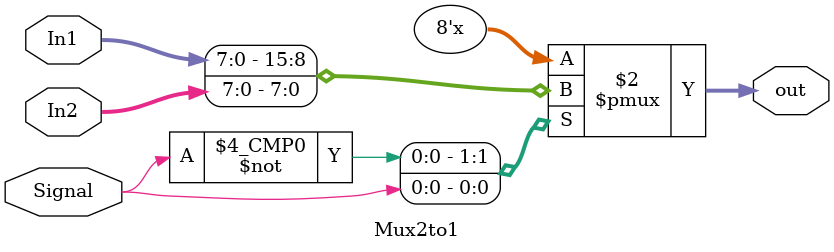
<source format=v>

module Mux2to1(In1, In2, Signal, out);
input [7:0] In1, In2; 
input Signal;
output reg [7:0] out;

always @(In1, In2, Signal)
	case (Signal)
		0: out <= In1;
		1: out <= In2;
		default: out <= In2;
	endcase
endmodule
</source>
